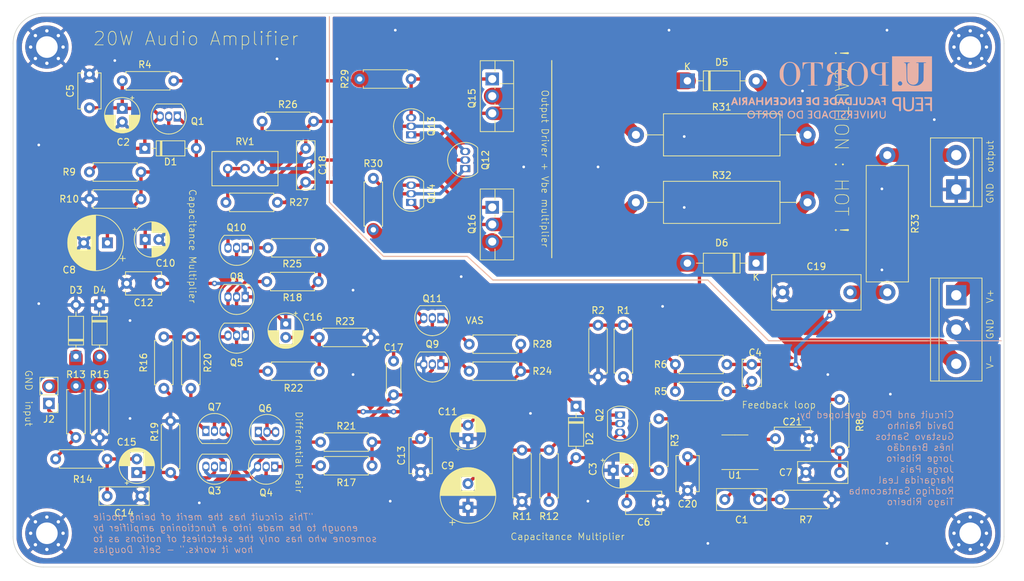
<source format=kicad_pcb>
(kicad_pcb (version 20211014) (generator pcbnew)
  (layers (0 "F.Cu" signal) (31 "B.Cu" signal) (34 "B.Paste" user) (35 "F.Paste" user) (36 "B.SilkS" user "B.Silkscreen") (37 "F.SilkS" user "F.Silkscreen") (38 "B.Mask" user) (39 "F.Mask" user) (44 "Edge.Cuts" user))
  (net 0 "")
  (net 1 "/op_out")
  (net 2 "/op_in-")
  (net 3 "/vc1")
  (net 4 "GND")
  (net 5 "/vc2")
  (net 6 "Net-(C4-Pad1)")
  (net 7 "/Output")
  (net 8 "/op_in+")
  (net 9 "/vb1")
  (net 10 "/vb2")
  (net 11 "/Vcc_reg")
  (net 12 "/Vee_reg")
  (net 13 "Net-(C14-Pad1)")
  (net 14 "/Vinput+")
  (net 15 "/filter_res")
  (net 16 "/vc3")
  (net 17 "/ve12")
  (net 18 "/vc12")
  (net 19 "Net-(C19-Pad1)")
  (net 20 "GND2")
  (net 21 "VCC")
  (net 22 "VEE")
  (net 23 "/Input")
  (net 24 "/ve3")
  (net 25 "/ve4")
  (net 26 "/vc7")
  (net 27 "/ve5")
  (net 28 "/vb5")
  (net 29 "/pair_tail")
  (net 30 "/ve6")
  (net 31 "/ve7")
  (net 32 "/Vinput-")
  (net 33 "/ve9")
  (net 34 "/ve10")
  (net 35 "/ve11")
  (net 36 "/vb12")
  (net 37 "/vc15")
  (net 38 "/vb15")
  (net 39 "/vc16")
  (net 40 "/vb16")
  (net 41 "Net-(R27-Pad1)")
  (footprint "Diode_THT:D_DO-41_SOD81_P10.16mm_Horizontal" (layer "F.Cu") (at 189.63 96 180)
    (fp_text reference "D6")
    (fp_text value "1N4004")
  )
  (footprint "Resistor_THT:R_Axial_DIN0207_L6.3mm_D2.5mm_P7.62mm_Horizontal" (layer "F.Cu") (at 130.975 68.73)
    (fp_text reference "R29")
    (fp_text value "330")
  )
  (footprint "Package_TO_SOT_THT:TO-92_Inline" (layer "F.Cu") (at 114.04 101 180)
    (fp_text reference "Q8")
    (fp_text value "2N4403")
  )
  (footprint "MountingHole:MountingHole_3.2mm_M3_Pad_Via" (layer "F.Cu") (at 221.318021 64)
    (fp_text reference "H4" hide)
    (fp_text value "MountingHole_Pad")
  )
  (footprint "Package_TO_SOT_THT:TO-92_Inline" (layer "F.Cu") (at 169.5 118.5 -90)
    (fp_text reference "Q2")
    (fp_text value "2N3906")
  )
  (footprint "Package_TO_SOT_THT:TO-92_Inline" (layer "F.Cu") (at 114.04 93.73 180)
    (fp_text reference "Q10")
    (fp_text value "2N4403")
  )
  (footprint "Resistor_THT:R_Axial_DIN0207_L6.3mm_D2.5mm_P7.62mm_Horizontal" (layer "F.Cu") (at 125.19 126)
    (fp_text reference "R17")
    (fp_text value "180")
  )
  (footprint "Resistor_THT:R_Axial_DIN0617_L17.0mm_D6.0mm_P20.32mm_Horizontal" (layer "F.Cu") (at 209.05 80 -90)
    (fp_text reference "R33")
    (fp_text value "5")
  )
  (footprint "TerminalBlock:TerminalBlock_bornier-3_P5.08mm" (layer "F.Cu") (at 219.25 100.75 -90)
    (fp_text reference "J1" hide)
    (fp_text value "Screw_Terminal_01x03")
  )
  (footprint "Resistor_THT:R_Axial_DIN0207_L6.3mm_D2.5mm_P7.62mm_Horizontal" (layer "F.Cu") (at 98.62 86.5 180)
    (fp_text reference "R10")
    (fp_text value "22k")
  )
  (footprint "Resistor_THT:R_Axial_DIN0207_L6.3mm_D2.5mm_P7.62mm_Horizontal" (layer "F.Cu") (at 111.19 87)
    (fp_text reference "R27")
    (fp_text value "390")
  )
  (footprint "Package_TO_SOT_THT:TO-92_Inline" (layer "F.Cu") (at 116 121)
    (fp_text reference "Q6")
    (fp_text value "2N4401")
  )
  (footprint "Diode_THT:D_DO-35_SOD27_P7.62mm_Horizontal" (layer "F.Cu") (at 99.19 79)
    (fp_text reference "D1")
    (fp_text value "1N914")
  )
  (footprint "Capacitor_THT:C_Disc_D5.1mm_W3.2mm_P5.00mm" (layer "F.Cu") (at 175.5 131.5 180)
    (fp_text reference "C6")
    (fp_text value "100n")
  )
  (footprint "Resistor_THT:R_Axial_DIN0207_L6.3mm_D2.5mm_P7.62mm_Horizontal" (layer "F.Cu") (at 125.19 122.5)
    (fp_text reference "R21")
    (fp_text value "180")
  )
  (footprint "Connector_PinHeader_2.54mm:PinHeader_1x02_P2.54mm_Vertical" (layer "F.Cu") (at 85 116.775 180)
    (fp_text reference "J2")
    (fp_text value "Conn_01x02")
  )
  (footprint "Resistor_THT:R_Axial_DIN0617_L17.0mm_D6.0mm_P25.40mm_Horizontal" (layer "F.Cu") (at 197.25 87 180)
    (fp_text reference "R32")
    (fp_text value "0.22")
  )
  (footprint "Package_TO_SOT_THT:TO-92_Inline" (layer "F.Cu") (at 143 111 180)
    (fp_text reference "Q9")
    (fp_text value "2N4401")
  )
  (footprint "Capacitor_THT:C_Disc_D3.8mm_W2.6mm_P2.50mm" (layer "F.Cu") (at 189 113.5 90)
    (fp_text reference "C4")
    (fp_text value "2p2")
  )
  (footprint "Capacitor_THT:C_Disc_D5.1mm_W3.2mm_P5.00mm" (layer "F.Cu") (at 91 73 90)
    (fp_text reference "C5")
    (fp_text value "100n")
  )
  (footprint "Diode_THT:D_DO-41_SOD81_P10.16mm_Horizontal" (layer "F.Cu") (at 179.47 69)
    (fp_text reference "D5")
    (fp_text value "1N4004")
  )
  (footprint "Capacitor_THT:C_Rect_L7.0mm_W2.5mm_P5.00mm" (layer "F.Cu") (at 123 79 -90)
    (fp_text reference "C18")
    (fp_text value "220n")
  )
  (footprint "Capacitor_THT:C_Disc_D5.1mm_W3.2mm_P5.00mm" (layer "F.Cu") (at 101.5 99 180)
    (fp_text reference "C12")
    (fp_text value "100n")
  )
  (footprint "Diode_THT:D_DO-35_SOD27_P7.62mm_Horizontal" (layer "F.Cu") (at 92.5 102.19 -90)
    (fp_text reference "D4")
    (fp_text value "1N4148")
  )
  (footprint "Resistor_THT:R_Axial_DIN0207_L6.3mm_D2.5mm_P7.62mm_Horizontal" (layer "F.Cu") (at 117.38 112)
    (fp_text reference "R22")
    (fp_text value "15k")
  )
  (footprint "Capacitor_THT:CP_Radial_D8.0mm_P3.50mm" (layer "F.Cu") (at 93.652651 93 180)
    (fp_text reference "C8")
    (fp_text value "100u")
  )
  (footprint "Capacitor_THT:C_Rect_L7.2mm_W3.0mm_P5.00mm_FKS2_FKP2_MKS2_MKP2" (layer "F.Cu") (at 185 131)
    (fp_text reference "C1")
    (fp_text value "470n")
  )
  (footprint "Resistor_THT:R_Axial_DIN0207_L6.3mm_D2.5mm_P7.62mm_Horizontal" (layer "F.Cu") (at 125.04 93.73 180)
    (fp_text reference "R25")
    (fp_text value "68")
  )
  (footprint "Capacitor_THT:C_Rect_L7.2mm_W3.0mm_P5.00mm_FKS2_FKP2_MKS2_MKP2" (layer "F.Cu") (at 202 127 180)
    (fp_text reference "C7")
    (fp_text value "470n")
  )
  (footprint "MountingHole:MountingHole_3.2mm_M3_Pad_Via" (layer "F.Cu") (at 84.697056 136)
    (fp_text reference "H3" hide)
    (fp_text value "MountingHole_Pad")
  )
  (footprint "Resistor_THT:R_Axial_DIN0207_L6.3mm_D2.5mm_P7.62mm_Horizontal" (layer "F.Cu") (at 159 123.69 -90)
    (fp_text reference "R12")
    (fp_text value "220")
  )
  (footprint "Capacitor_THT:CP_Radial_D5.0mm_P2.00mm" (layer "F.Cu") (at 120.04 105 -90)
    (fp_text reference "C16")
    (fp_text value "10u")
  )
  (footprint "Diode_THT:D_DO-35_SOD27_P7.62mm_Horizontal" (layer "F.Cu") (at 89 109.81 90)
    (fp_text reference "D3")
    (fp_text value "1N4148")
  )
  (footprint "Capacitor_THT:CP_Radial_D5.0mm_P2.00mm" (layer "F.Cu") (at 98 127 90)
    (fp_text reference "C15")
    (fp_text value "10u")
  )
  (footprint "Resistor_THT:R_Axial_DIN0207_L6.3mm_D2.5mm_P7.62mm_Horizontal" (layer "F.Cu") (at 177.69 111)
    (fp_text reference "R6")
    (fp_text value "8k2")
  )
  (footprint "Package_TO_SOT_THT:TO-92_Inline" (layer "F.Cu") (at 138.595 77 90)
    (fp_text reference "Q13")
    (fp_text value "2N5550")
  )
  (footprint "Resistor_THT:R_Axial_DIN0207_L6.3mm_D2.5mm_P7.62mm_Horizontal" (layer "F.Cu") (at 133 83.44 -90)
    (fp_text reference "R30")
    (fp_text value "330")
  )
  (footprint "Resistor_THT:R_Axial_DIN0207_L6.3mm_D2.5mm_P7.62mm_Horizontal" (layer "F.Cu") (at 92.5 114.19 -90)
    (fp_text reference "R15")
    (fp_text value "4.7")
  )
  (footprint "Capacitor_THT:CP_Radial_D5.0mm_P2.00mm" (layer "F.Cu") (at 99.25 92.5)
    (fp_text reference "C10")
    (fp_text value "10u")
  )
  (footprint "Package_TO_SOT_THT:TO-92_Inline" (layer "F.Cu") (at 104 74.28 180)
    (fp_text reference "Q1")
    (fp_text value "2N3904")
  )
  (footprint "Capacitor_THT:C_Disc_D5.1mm_W3.2mm_P5.00mm" (layer "F.Cu") (at 197.5 122 180)
    (fp_text reference "C21")
    (fp_text value "100n")
  )
  (footprint "Resistor_THT:R_Axial_DIN0207_L6.3mm_D2.5mm_P7.62mm_Horizontal" (layer "F.Cu") (at 103 127 90)
    (fp_text reference "R19")
    (fp_text value "8k2")
  )
  (footprint "MountingHole:MountingHole_3.2mm_M3_Pad_Via" (layer "F.Cu") (at 221.318021 136)
    (fp_text reference "H2" hide)
    (fp_text value "MountingHole_Pad")
  )
  (footprint "Capacitor_THT:C_Rect_L13.0mm_W5.0mm_P10.00mm_FKS3_FKP3_MKS4" (layer "F.Cu") (at 203.55 100.32 180)
    (fp_text reference "C19")
    (fp_text value "100n")
  )
  (footprint "Resistor_THT:R_Axial_DIN0207_L6.3mm_D2.5mm_P7.62mm_Horizontal" (layer "F.Cu") (at 103.475 69 180)
    (fp_text reference "R4")
    (fp_text value "10")
  )
  (footprint "Resistor_THT:R_Axial_DIN0207_L6.3mm_D2.5mm_P7.62mm_Horizontal" (layer "F.Cu") (at 91 82.5)
    (fp_text reference "R9")
    (fp_text value "220")
  )
  (footprint "Capacitor_THT:CP_Radial_D5.0mm_P2.00mm" (layer "F.Cu") (at 147 122 90)
    (fp_text reference "C11")
    (fp_text value "10u")
  )
  (footprint "Capacitor_THT:CP_Radial_D8.0mm_P3.50mm" (layer "F.Cu") (at 147 132.152651 90)
    (fp_text reference "C9")
    (fp_text value "100u")
  )
  (footprint "Resistor_THT:R_Axial_DIN0207_L6.3mm_D2.5mm_P7.62mm_Horizontal" (layer "F.Cu") (at 202 116.19 -90)
    (fp_text reference "R8")
    (fp_text value "330k")
  )
  (footprint "Package_TO_SOT_THT:TO-92_Inline" (layer "F.Cu") (at 138.595 87 90)
    (fp_text reference "Q14")
    (fp_text value "2N5401")
  )
  (footprint "Resistor_THT:R_Axial_DIN0207_L6.3mm_D2.5mm_P7.62mm_Horizontal" (layer "F.Cu") (at 175.25 119.055 -90)
    (fp_text reference "R3")
    (fp_text value "10")
  )
  (footprint "Resistor_THT:R_Axial_DIN0207_L6.3mm_D2.5mm_P7.62mm_Horizontal" (layer "F.Cu") (at 147.19 112)
    (fp_text reference "R24")
    (fp_text value "820")
  )
  (footprint "Package_TO_SOT_THT:TO-92_Inline" (layer "F.Cu") (at 143 104.14 180)
    (fp_text reference "Q11")
    (fp_text value "2N4401")
  )
  (footprint "Resistor_THT:R_Axial_DIN0207_L6.3mm_D2.5mm_P7.62mm_Horizontal" (layer "F.Cu") (at 170 105.19 -90)
    (fp_text reference "R1")
    (fp_text value "330k")
  )
  (footprint "Capacitor_THT:CP_Radial_D5.0mm_P2.00mm" (layer "F.Cu") (at 95.855 73.089775 -90)
    (fp_text reference "C2")
    (fp_text value "100u")
  )
  (footprint "Package_TO_SOT_THT:TO-92_Inline" (layer "F.Cu") (at 110.77 126.14 180)
    (fp_text reference "Q3")
    (fp_text value "2N4403")
  )
  (footprint "TerminalBlock:TerminalBlock_bornier-2_P5.08mm" (layer "F.Cu") (at 219.25 85.08 90)
    (fp_text reference "J3" hide)
    (fp_text value "Screw_Terminal_01x02")
  )
  (footprint "Resistor_THT:R_Axial_DIN0207_L6.3mm_D2.5mm_P7.62mm_Horizontal" (layer "F.Cu") (at 102 106.92 -90)
    (fp_text reference "R16")
    (fp_text value "330")
  )
  (footprint "Resistor_THT:R_Axial_DIN0207_L6.3mm_D2.5mm_P7.62mm_Horizontal" (layer "F.Cu") (at 124.17 75 180)
    (fp_text reference "R26")
    (fp_text value "820")
  )
  (footprint "Resistor_THT:R_Axial_DIN0207_L6.3mm_D2.5mm_P7.62mm_Horizontal" (layer "F.Cu") (at 147.19 108)
    (fp_text reference "R28")
    (fp_text value "33")
  )
  (footprint "MountingHole:MountingHole_3.2mm_M3_Pad_Via" (layer "F.Cu") (at 84.697056 64)
    (fp_text reference "H1" hide)
    (fp_text value "MountingHole_Pad")
  )
  (footprint "Package_TO_SOT_THT:TO-92_Inline" (layer "F.Cu") (at 146.595 82 90)
    (fp_text reference "Q12")
    (fp_text value "2N4401")
  )
  (footprint "Resistor_THT:R_Axial_DIN0207_L6.3mm_D2.5mm_P7.62mm_Horizontal" (layer "F.Cu") (at 86 125)
    (fp_text reference "R14")
    (fp_text value "50")
  )
  (footprint "Resistor_THT:R_Axial_DIN0207_L6.3mm_D2.5mm_P7.62mm_Horizontal" (layer "F.Cu") (at 89 121.81 90)
    (fp_text reference "R13")
    (fp_text value "100k")
  )
  (footprint "Resistor_THT:R_Axial_DIN0207_L6.3mm_D2.5mm_P7.62mm_Horizontal" (layer "F.Cu") (at 124.85 98.73 180)
    (fp_text reference "R18")
    (fp_text value "100")
  )
  (footprint "Capacitor_THT:C_Disc_D5.1mm_W3.2mm_P5.00mm" (layer "F.Cu") (at 140 127 90)
    (fp_text reference "C13")
    (fp_text value "100n")
  )
  (footprint "Package_TO_SOT_THT:TO-220F-3_Vertical" (layer "F.Cu") (at 150.595 87.73 -90)
    (fp_text reference "Q16")
    (fp_text value "MJF15030")
  )
  (footprint "Capacitor_THT:C_Disc_D5.1mm_W3.2mm_P5.00mm" (layer "F.Cu") (at 179.5 124.6675 -90)
    (fp_text reference "C20")
    (fp_text value "100n")
  )
  (footprint "Resistor_THT:R_Axial_DIN0207_L6.3mm_D2.5mm_P7.62mm_Horizontal" (layer "F.Cu") (at 155 131.31 90)
    (fp_text reference "R11")
    (fp_text value "22k")
  )
  (footprint "Package_SO:SOIC-8_3.9x4.9mm_P1.27mm" (layer "F.Cu") (at 186.5 124 180)
    (fp_text reference "U1")
    (fp_text value "OPA1641")
  )
  (footprint "Resistor_THT:R_Axial_DIN0617_L17.0mm_D6.0mm_P25.40mm_Horizontal" (layer "F.Cu") (at 171.85 77)
    (fp_text reference "R31")
    (fp_text value "0.22")
  )
  (footprint "Capacitor_THT:CP_Radial_D5.0mm_P2.00mm" (layer "F.Cu") (at 168.5 126.675)
    (fp_text reference "C3")
    (fp_text value "100u")
  )
  (footprint "Capacitor_THT:C_Rect_L7.2mm_W2.5mm_P5.00mm_FKS2_FKP2_MKS2_MKP2" (layer "F.Cu") (at 93.62 130.5)
    (fp_text reference "C14")
    (fp_text value "3n3")
  )
  (footprint "Diode_THT:D_DO-35_SOD27_P7.62mm_Horizontal" (layer "F.Cu") (at 163 117.19 -90)
    (fp_text reference "D2")
    (fp_text value "1N914")
  )
  (footprint "Package_TO_SOT_THT:TO-92_Inline" (layer "F.Cu") (at 114.04 106.73 180)
    (fp_text reference "Q5")
    (fp_text value "2N4403")
  )
  (footprint "Capacitor_THT:C_Disc_D4.3mm_W1.9mm_P5.00mm" (layer "F.Cu") (at 136 115.5 90)
    (fp_text reference "C17")
    (fp_text value "47p")
  )
  (footprint "Package_TO_SOT_THT:TO-220F-3_Vertical" (layer "F.Cu") (at 150.595 68.73 -90)
    (fp_text reference "Q15")
    (fp_text value "MJF15031")
  )
  (footprint "Resistor_THT:R_Axial_DIN0207_L6.3mm_D2.5mm_P7.62mm_Horizontal" (layer "F.Cu") (at 193.19 131)
    (fp_text reference "R7")
    (fp_text value "330k")
  )
  (footprint "Resistor_THT:R_Axial_DIN0207_L6.3mm_D2.5mm_P7.62mm_Horizontal" (layer "F.Cu") (at 125 107)
    (fp_text reference "R23")
    (fp_text value "15k")
  )
  (footprint "Package_TO_SOT_THT:TO-92_Inline" (layer "F.Cu") (at 108.23 120.86)
    (fp_text reference "Q7")
    (fp_text value "2N4403")
  )
  (footprint "Potentiometer_THT:Potentiometer_Bourns_3296W_Vertical" (layer "F.Cu") (at 116.55 82)
    (fp_text reference "RV1")
    (fp_text value "1k")
  )
  (footprint "Resistor_THT:R_Axial_DIN0207_L6.3mm_D2.5mm_P7.62mm_Horizontal" (layer "F.Cu") (at 177.69 115)
    (fp_text reference "R5")
    (fp_text value "100")
  )
  (footprint "Resistor_THT:R_Axial_DIN0207_L6.3mm_D2.5mm_P7.62mm_Horizontal" (layer "F.Cu") (at 166.25 105.19 -90)
    (fp_text reference "R2")
    (fp_text value "1k")
  )
  (footprint "Package_TO_SOT_THT:TO-92_Inline" (layer "F.Cu") (at 118.41 126.14 180)
    (fp_text reference "Q4")
    (fp_text value "2N4401")
  )
  (footprint "Resistor_THT:R_Axial_DIN0207_L6.3mm_D2.5mm_P7.62mm_Horizontal" (layer "F.Cu") (at 106 106.92 -90)
    (fp_text reference "R20")
    (fp_text value "330")
  )
  (footprint "PCBgraphics:feup_logo" (layer "B.Cu") (at 201 70 180)
    (fp_text reference "G***" hide)
    (fp_text value "LOGO" hide)
  )
  (gr_line (start 146.9 95) (end 150.7 98.5) (layer "B.SilkS") (width 0.15))
  (gr_line (start 182.5 98.5) (end 191.5 107.5) (layer "B.SilkS") (width 0.15))
  (gr_line (start 191.5 107.5) (end 225.9 107.5) (layer "B.SilkS") (width 0.15))
  (gr_line (start 134.5 95) (end 146.9 95) (layer "B.SilkS") (width 0.15))
  (gr_line (start 150.7 98.5) (end 182.5 98.5) (layer "B.SilkS") (width 0.15))
  (gr_line (start 126.5 59.5) (end 126.5 87) (layer "B.SilkS") (width 0.15))
  (gr_line (start 126.5 87) (end 134.5 95) (layer "B.SilkS") (width 0.15))
  (gr_line (start 150.7 98.5) (end 182.5 98.5) (layer "F.SilkS") (width 0.15))
  (gr_line (start 126.5 59.5) (end 126.5 87) (layer "F.SilkS") (width 0.15))
  (gr_line (start 134.5 95) (end 146.9 95) (layer "F.SilkS") (width 0.15))
  (gr_line (start 146.9 95) (end 150.7 98.5) (layer "F.SilkS") (width 0.15))
  (gr_line (start 159.4 66) (end 159.4 95.2) (layer "F.SilkS") (width 0.15))
  (gr_line (start 126.5 87) (end 134.25 94.75) (layer "F.SilkS") (width 0.15))
  (gr_line (start 182.5 98.5) (end 191.5 107.5) (layer "F.SilkS") (width 0.15))
  (gr_line (start 191.5 107.5) (end 215 107.5) (layer "F.SilkS") (width 0.15))
  (gr_line (start 134.25 94.75) (end 134.5 95) (layer "F.SilkS") (width 0.15))
  (gr_arc (start 79.697056 63.5) (mid 81.015075 60.318019) (end 84.197056 59) (layer "Edge.Cuts") (width 0.1))
  (gr_line (start 84.197056 141) (end 221.818019 140.999998) (layer "Edge.Cuts") (width 0.1))
  (gr_arc (start 84.197056 141) (mid 81.015075 139.681981) (end 79.697056 136.5) (layer "Edge.Cuts") (width 0.1))
  (gr_line (start 226.318019 136.499998) (end 226.318021 63.5) (layer "Edge.Cuts") (width 0.1))
  (gr_arc (start 226.318019 136.499998) (mid 225.000004 139.681983) (end 221.818019 140.999998) (layer "Edge.Cuts") (width 0.1))
  (gr_line (start 79.697056 63.5) (end 79.697056 136.5) (layer "Edge.Cuts") (width 0.1))
  (gr_arc (start 221.818021 59) (mid 224.999991 60.31803) (end 226.318021 63.5) (layer "Edge.Cuts") (width 0.1))
  (gr_line (start 221.818021 59) (end 84.197056 59) (layer "Edge.Cuts") (width 0.1))
  (gr_text "Circuit and PCB developed by:\nDavid Rainho\nGustavo Santos\nInês Brandão\nJorge Ribeiro\nJorge Pais\nMargarida Leal\nRodrigo Santacomba\nTiago Ribeiro\n" (at 219 124.9) (layer "B.SilkS") (effects (font (size 1 1) (thickness 0.1)) (justify left mirror)))
  (gr_text "{dblquote}This circuit has the merit of being docile\nenough to be made into a functioning amplifier by\nsomeone who has only the sketchiest of notions as to\nhow it works.{dblquote} - Self. Douglas" (at 91.5 136) (layer "B.SilkS") (effects (font (size 1 1) (thickness 0.1) italic) (justify right mirror)))
  (gr_text "Capacitance Multiplier" (at 161.75 136.5) (layer "F.SilkS") (effects (font (size 1 1) (thickness 0.1))))
  (gr_text "! CAUTION : HOT !" (at 202.25 78 270) (layer "F.SilkS") (effects (font (size 2 2) (thickness 0.1))))
  (gr_text "Differential Pair\n" (at 122 124 270) (layer "F.SilkS") (effects (font (size 1 1) (thickness 0.1))))
  (gr_text "20W Audio Amplifier" (at 106.75 62.75) (layer "F.SilkS") (effects (font (size 2 2) (thickness 0.1))))
  (gr_text "GND  output" (at 224.25 82.5 90) (layer "F.SilkS") (effects (font (size 1 1) (thickness 0.1))))
  (gr_text "Capacitance Multiplier" (at 106.25 93.5 270) (layer "F.SilkS") (effects (font (size 1 1) (thickness 0.1))))
  (gr_text "GND  input" (at 82 116 270) (layer "F.SilkS") (effects (font (size 1 1) (thickness 0.1))))
  (gr_text "Output Driver + Vbe multiplier" (at 158.4 82 270) (layer "F.SilkS") (effects (font (size 1 1) (thickness 0.1))))
  (gr_text "Feedback loop" (at 193 117) (layer "F.SilkS") (effects (font (size 1 1) (thickness 0.1))))
  (gr_text "VAS" (at 148 104.5) (layer "F.SilkS") (effects (font (size 1 1))))
  (gr_text "V-   GND   V+\n" (at 224.25 105.75 90) (layer "F.SilkS") (effects (font (size 1 1) (thickness 0.1))))
  (segment (start 174 121.5) (end 172 119.5) (width 0.5) (layer "F.Cu") (net 1))
  (segment (start 186.05048 123.80048) (end 186.05048 129.94952) (width 0.5) (layer "F.Cu") (net 1))
  (segment (start 186.05048 129.94952) (end 185 131) (width 0.5) (layer "F.Cu") (net 1))
  (segment (start 181.865 123.365) (end 180 121.5) (width 0.5) (layer "F.Cu") (net 1))
  (segment (start 183.9 123.365) (end 185.615 123.365) (width 0.5) (layer "F.Cu") (net 1))
  (segment (start 172 114.81) (end 170 112.81) (width 0.5) (layer "F.Cu") (net 1))
  (segment (start 183.9 123.365) (end 181.865 123.365) (width 0.5) (layer "F.Cu") (net 1))
  (segment (start 180 121.5) (end 174 121.5) (width 0.5) (layer "F.Cu") (net 1))
  (segment (start 185.615 123.365) (end 186.05048 123.80048) (width 0.5) (layer "F.Cu") (net 1))
  (segment (start 172 119.5) (end 172 114.81) (width 0.5) (layer "F.Cu") (net 1))
  (segment (start 193.19 131) (end 190 131) (width 0.5) (layer "F.Cu") (net 2))
  (segment (start 186.75 127.75) (end 186.75 125.25) (width 0.5) (layer "F.Cu") (net 2))
  (segment (start 190 131) (end 186.75 127.75) (width 0.5) (layer "F.Cu") (net 2))
  (segment (start 187.3325 124.6675) (end 189.1 124.6675) (width 0.5) (layer "F.Cu") (net 2))
  (segment (start 186.75 125.25) (end 187.3325 124.6675) (width 0.5) (layer "F.Cu") (net 2))
  (segment (start 94.5 79) (end 91 82.5) (width 0.5) (layer "F.Cu") (net 3))
  (segment (start 95.855 73.089775) (end 95.855 69) (width 0.5) (layer "F.Cu") (net 3))
  (segment (start 99.19 79) (end 94.5 79) (width 0.5) (layer "F.Cu") (net 3))
  (segment (start 99.19 76.55) (end 101.46 74.28) (width 0.5) (layer "F.Cu") (net 3))
  (segment (start 95.855 73.089775) (end 100.269775 73.089775) (width 0.5) (layer "F.Cu") (net 3))
  (segment (start 99.19 79) (end 99.19 76.55) (width 0.5) (layer "F.Cu") (net 3))
  (segment (start 95.765225 73) (end 95.855 73.089775) (width 0.5) (layer "F.Cu") (net 3))
  (segment (start 100.269775 73.089775) (end 101.46 74.28) (width 0.5) (layer "F.Cu") (net 3))
  (segment (start 91 73) (end 95.765225 73) (width 0.5) (layer "F.Cu") (net 3))
  (segment (start 221.5 107.5) (end 222.25 107.5) (width 2.5) (layer "F.Cu") (net 4))
  (segment (start 219.25 105.83) (end 220.92 107.5) (width 2.5) (layer "F.Cu") (net 4))
  (segment (start 220.92 107.5) (end 221.5 107.5) (width 2.5) (layer "F.Cu") (net 4))
  (via (at 164.75 131.25) (size 0.8) (drill 0.4) (layers "F.Cu" "B.Cu") (net 4))
  (via (at 166.25 81.75) (size 0.8) (drill 0.4) (layers "F.Cu" "B.Cu") (net 4))
  (via (at 118.75 65.75) (size 0.8) (drill 0.4) (layers "F.Cu" "B.Cu") (net 4))
  (via (at 97 119) (size 0.8) (drill 0.4) (layers "F.Cu" "B.Cu") (net 4))
  (via (at 175.8 102.4) (size 0.8) (drill 0.4) (layers "F.Cu" "B.Cu") (net 4))
  (via (at 156.25 118.25) (size 0.8) (drill 0.4) (layers "F.Cu" "B.Cu") (net 4))
  (via (at 208.25 85) (size 0.8) (drill 0.4) (layers "F.Cu" "B.Cu") (net 4))
  (via (at 182.5 137.5) (size 0.8) (drill 0.4) (layers "F.Cu" "B.Cu") (net 4))
  (via (at 216 74.75) (size 0.8) (drill 0.4) (layers "F.Cu" "B.Cu") (net 4))
  (via (at 130 100) (size 0.8) (drill 0.4) (layers "F.Cu" "B.Cu") (net 4))
  (via (at 176.75 61.5) (size 0.8) (drill 0.4) (layers "F.Cu" "B.Cu") (net 4))
  (via (at 146 98) (size 0.8) (drill 0.4) (layers "F.Cu" "B.Cu") (net 4))
  (via (at 179 77.25) (size 0.8) (drill 0.4) (layers "F.Cu" "B.Cu") (net 4))
  (via (at 130 112.5) (size 0.8) (drill 0.4) (layers "F.Cu" "B.Cu") (net 4))
  (via (at 83.5 78.5) (size 0.8) (drill 0.4) (layers "F.Cu" "B.Cu") (net 4))
  (via (at 155.25 81.75) (size 0.8) (drill 0.4) (layers "F.Cu" "B.Cu") (net 4))
  (via (at 208.25 97) (size 0.8) (drill 0.4) (layers "F.Cu" "B.Cu") (net 4))
  (via (at 136.25 61.5) (size 0.8) (drill 0.4) (layers "F.Cu" "B.Cu") (net 4))
  (via (at 97 104.5) (size 0.8) (drill 0.4) (layers "F.Cu" "B.Cu") (net 4))
  (via (at 135.5 131.25) (size 0.8) (drill 0.4) (layers "F.Cu" "B.Cu") (net 4))
  (via (at 209.5 115.4) (size 0.8) (drill 0.4) (layers "F.Cu" "B.Cu") (net 4))
  (via (at 107.25 131.5) (size 0.8) (drill 0.4) (layers "F.Cu" "B.Cu") (net 4))
  (via (at 209 137.5) (size 0.8) (drill 0.4) (layers "F.Cu" "B.Cu") (net 4))
  (via (at 179 87.75) (size 0.8) (drill 0.4) (layers "F.Cu" "B.Cu") (net 4))
  (via (at 83.5 102) (size 0.8) (drill 0.4) (layers "F.Cu" "B.Cu") (net 4))
  (via (at 196.5 70.5) (size 0.8) (drill 0.4) (layers "F.Cu" "B.Cu") (net 4))
  (via (at 209 61.5) (size 0.8) (drill 0.4) (layers "F.Cu" "B.Cu") (net 4))
  (via (at 94.75 66) (size 0.8) (drill 0.4) (layers "F.Cu" "B.Cu") (net 4))
  (via (at 200.25 112.5) (size 0.8) (drill 0.4) (layers "F.Cu" "B.Cu") (net 4))
  (segment (start 221.33 107.33) (end 224.33 107.33) (width 2.5) (layer "B.Cu") (net 4))
  (segment (start 219.25 105.83) (end 220.75 107.33) (width 2.5) (layer "B.Cu") (net 4))
  (segment (start 220.75 107.33) (end 221.33 107.33) (width 2.5) (layer "B.Cu") (net 4))
  (segment (start 163 124.81) (end 165.73 124.81) (width 0.5) (layer "F.Cu") (net 5))
  (segment (start 170.5 131.5) (end 170.5 126.675) (width 0.5) (layer "F.Cu") (net 5))
  (segment (start 170.5 122.04) (end 169.5 121.04) (width 0.5) (layer "F.Cu") (net 5))
  (segment (start 170.5 126.675) (end 170.5 122.04) (width 0.5) (layer "F.Cu") (net 5))
  (segment (start 159 131.31) (end 159 128.81) (width 0.5) (layer "F.Cu") (net 5))
  (segment (start 159 128.81) (end 163 124.81) (width 0.5) (layer "F.Cu") (net 5))
  (segment (start 165.73 124.81) (end 169.5 121.04) (width 0.5) (layer "F.Cu") (net 5))
  (segment (start 170.5 126.675) (end 175.25 126.675) (width 0.5) (layer "F.Cu") (net 5))
  (segment (start 185.31 115) (end 187.5 115) (width 0.5) (layer "F.Cu") (net 6))
  (segment (start 187.5 115) (end 189 113.5) (width 0.5) (layer "F.Cu") (net 6))
  (segment (start 200.5 83.05) (end 201.25 82.3) (width 0.5) (layer "F.Cu") (net 7))
  (segment (start 209.05 80) (end 219.25 80) (width 2) (layer "F.Cu") (net 7))
  (segment (start 202.75 82.3) (end 206.75 82.3) (width 2) (layer "F.Cu") (net 7))
  (segment (start 200.69 116.19) (end 202 116.19) (width 0.5) (layer "F.Cu") (net 7))
  (segment (start 197.25 87) (end 197.25 82.3) (width 2) (layer "F.Cu") (net 7))
  (segment (start 185.31 111) (end 189 111) (width 0.5) (layer "F.Cu") (net 7))
  (segment (start 195.5 111) (end 200.69 116.19) (width 0.5) (layer "F.Cu") (net 7))
  (segment (start 200.5 103.75) (end 200.5 83.05) (width 0.5) (layer "F.Cu") (net 7))
  (segment (start 197.25 82.3) (end 201.25 82.3) (width 2) (layer "F.Cu") (net 7))
  (segment (start 206.75 82.3) (end 209.05 80) (width 2) (layer "F.Cu") (net 7))
  (segment (start 197.25 76.62) (end 189.63 69) (width 2) (layer "F.Cu") (net 7))
  (segment (start 189.63 94.62) (end 197.25 87) (width 2) (layer "F.Cu") (net 7))
  (segment (start 201.25 82.3) (end 202.75 82.3) (width 2) (layer "F.Cu") (net 7))
  (segment (start 195.5 111) (end 189 111) (width 0.5) (layer "F.Cu") (net 7))
  (segment (start 197.25 82.3) (end 197.25 77) (width 2) (layer "F.Cu") (net 7))
  (segment (start 189.63 96) (end 189.63 94.62) (width 2) (layer "F.Cu") (net 7))
  (via (at 195.5 111) (size 0.8) (drill 0.4) (layers "F.Cu" "B.Cu") (net 7))
  (via (at 200.5 103.75) (size 0.8) (drill 0.4) (layers "F.Cu" "B.Cu") (net 7))
  (segment (start 195.5 108.75) (end 200.5 103.75) (width 0.5) (layer "B.Cu") (net 7))
  (segment (start 195.5 111) (end 195.5 108.75) (width 0.5) (layer "B.Cu") (net 7))
  (segment (start 202 127) (end 202 123.81) (width 0.5) (layer "F.Cu") (net 8))
  (segment (start 191.81 123.81) (end 191.365 123.365) (width 0.5) (layer "F.Cu") (net 8))
  (segment (start 191.365 123.365) (end 188.975 123.365) (width 0.5) (layer "F.Cu") (net 8))
  (segment (start 202 123.81) (end 191.81 123.81) (width 0.5) (layer "F.Cu") (net 8))
  (segment (start 98.62 86.5) (end 98.62 82.5) (width 0.5) (layer "F.Cu") (net 9))
  (segment (start 102.73 80.67) (end 102.73 74.28) (width 0.5) (layer "F.Cu") (net 9))
  (segment (start 98.62 82.5) (end 100.9 82.5) (width 0.5) (layer "F.Cu") (net 9))
  (segment (start 93.652651 93) (end 93.652651 91.467349) (width 0.5) (layer "F.Cu") (net 9))
  (segment (start 93.652651 91.467349) (end 98.62 86.5) (width 0.5) (layer "F.Cu") (net 9))
  (segment (start 100.9 82.5) (end 102.73 80.67) (width 0.5) (layer "F.Cu") (net 9))
  (segment (start 155 123.69) (end 151.962651 123.69) (width 0.5) (layer "F.Cu") (net 10))
  (segment (start 169.5 119.77) (end 162.92 119.77) (width 0.5) (layer "F.Cu") (net 10))
  (segment (start 159 123.69) (end 155 123.69) (width 0.5) (layer "F.Cu") (net 10))
  (segment (start 151.962651 123.69) (end 147 128.652651) (width 0.5) (layer "F.Cu") (net 10))
  (segment (start 162.92 119.77) (end 159 123.69) (width 0.5) (layer "F.Cu") (net 10))
  (segment (start 114.04 101) (end 116.04 101) (width 0.5) (layer "F.Cu") (net 11))
  (segment (start 106.81 77.09) (end 104 74.28) (width 0.5) (layer "F.Cu") (net 11))
  (segment (start 106.81 79) (end 106.81 82.44) (width 0.5) (layer "F.Cu") (net 11))
  (segment (start 106.81 82.44) (end 99.25 90) (width 0.5) (layer "F.Cu") (net 11))
  (segment (start 120.04 103.54) (end 124.85 98.73) (width 0.5) (layer "F.Cu") (net 11))
  (segment (start 101.5 99) (end 109.5 99) (width 0.5) (layer "F.Cu") (net 11))
  (segment (start 101.5 99) (end 99.25 96.75) (width 0.5) (layer "F.Cu") (net 11))
  (segment (start 99.25 92.5) (end 99.25 90) (width 0.5) (layer "F.Cu") (net 11))
  (segment (start 106.81 79) (end 106.81 77.09) (width 0.5) (layer "F.Cu") (net 11))
  (segment (start 99.25 96.75) (end 99.25 92.5) (width 0.5) (layer "F.Cu") (net 11))
  (segment (start 116.04 101) (end 120.04 105) (width 0.5) (layer "F.Cu") (net 11))
  (segment (start 120.04 105) (end 120.04 103.54) (width 0.5) (layer "F.Cu") (net 11))
  (segment (start 125.04 98.54) (end 124.85 98.73) (width 0.5) (layer "F.Cu") (net 11))
  (segment (start 125.04 93.73) (end 125.04 98.54) (width 0.5) (layer "F.Cu") (net 11))
  (via (at 109.5 99) (size 0.8) (drill 0.4) (layers "F.Cu" "B.Cu") (net 11))
  (segment (start 114.04 99.75) (end 114.04 101) (width 0.5) (layer "B.Cu") (net 11))
  (segment (start 113.29 99) (end 114.04 99.75) (width 0.5) (layer "B.Cu") (net 11))
  (segment (start 109.5 99) (end 113.29 99) (width 0.5) (layer "B.Cu") (net 11))
  (segment (start 154.81 112) (end 154.81 108) (width 0.5) (layer "F.Cu") (net 12))
  (segment (start 139.5 122.5) (end 140 122) (width 0.5) (layer "F.Cu") (net 12))
  (segment (start 132.81 122.5) (end 132.81 126) (width 0.5) (layer "F.Cu") (net 12))
  (segment (start 154.81 112.19) (end 154.81 112) (width 0.5) (layer "F.Cu") (net 12))
  (segment (start 147 120) (end 154.81 112.19) (width 0.5) (layer "F.Cu") (net 12))
  (segment (start 157.81 112) (end 163 117.19) (width 0.5) (layer "F.Cu") (net 12))
  (segment (start 164.31 118.5) (end 163 117.19) (width 0.5) (layer "F.Cu") (net 12))
  (segment (start 147 120) (end 142 120) (width 0.5) (layer "F.Cu") (net 12))
  (segment (start 142 120) (end 140 122) (width 0.5) (layer "F.Cu") (net 12))
  (segment (start 169.5 118.5) (end 164.31 118.5) (width 0.5) (layer "F.Cu") (net 12))
  (segment (start 154.81 112) (end 157.81 112) (width 0.5) (layer "F.Cu") (net 12))
  (segment (start 132.81 122.5) (end 139.5 122.5) (width 0.5) (layer "F.Cu") (net 12))
  (segment (start 98 125) (end 93.62 125) (width 0.5) (layer "F.Cu") (net 13))
  (segment (start 93.62 125) (end 93.62 130.5) (width 0.5) (layer "F.Cu") (net 13))
  (segment (start 103.799999 127.799999) (end 103 127) (width 0.5) (layer "F.Cu") (net 14))
  (segment (start 109.5 127) (end 108.700001 127.799999) (width 0.5) (layer "F.Cu") (net 14))
  (segment (start 108.700001 127.799999) (end 103.799999 127.799999) (width 0.5) (layer "F.Cu") (net 14))
  (segment (start 109.5 126.14) (end 109.5 127) (width 0.5) (layer "F.Cu") (net 14))
  (segment (start 98 127) (end 103 127) (width 0.5) (layer "F.Cu") (net 14))
  (segment (start 125 112) (end 125 107) (width 0.5) (layer "F.Cu") (net 15))
  (segment (start 125 107) (end 120.04 107) (width 0.5) (layer "F.Cu") (net 15))
  (segment (start 117.25 124.25) (end 115.87 125.63) (width 0.5) (layer "F.Cu") (net 16))
  (segment (start 136 115.5) (end 127.25 124.25) (width 0.5) (layer "F.Cu") (net 16))
  (segment (start 141.73 111.8) (end 141.73 111) (width 0.5) (layer "F.Cu") (net 16))
  (segment (start 138.03 115.5) (end 141.73 111.8) (width 0.5) (layer "F.Cu") (net 16))
  (segment (start 127.25 124.25) (end 117.25 124.25) (width 0.5) (layer "F.Cu") (net 16))
  (segment (start 115.87 125.63) (end 115.87 126.14) (width 0.5) (layer "F.Cu") (net 16))
  (segment (start 136 115.5) (end 138.03 115.5) (width 0.5) (layer "F.Cu") (net 16))
  (segment (start 108.23 126.94) (end 108.79 127.5) (width 0.5) (layer "B.Cu") (net 16))
  (segment (start 114.51 127.5) (end 115.87 126.14) (width 0.5) (layer "B.Cu") (net 16))
  (segment (start 108.79 127.5) (end 114.51 127.5) (width 0.5) (layer "B.Cu") (net 16))
  (segment (start 108.23 126.14) (end 108.23 126.94) (width 0.5) (layer "B.Cu") (net 16))
  (segment (start 140.46 104.14) (end 123.32 87) (width 0.5) (layer "F.Cu") (net 17))
  (segment (start 138.595 85.73) (end 130.73 85.73) (width 0.5) (layer "F.Cu") (net 17))
  (segment (start 130.73 85.73) (end 129 84) (width 0.5) (layer "F.Cu") (net 17))
  (segment (start 123.32 87) (end 118.81 87) (width 0.5) (layer "F.Cu") (net 17))
  (segment (start 129 84) (end 123 84) (width 0.5) (layer "F.Cu") (net 17))
  (segment (start 136 108.6) (end 140.46 104.14) (width 0.5) (layer "F.Cu") (net 17))
  (segment (start 120 87) (end 123 84) (width 0.5) (layer "F.Cu") (net 17))
  (segment (start 118.81 87) (end 120 87) (width 0.5) (layer "F.Cu") (net 17))
  (segment (start 136 110.5) (end 136 108.6) (width 0.5) (layer "F.Cu") (net 17))
  (segment (start 138.595 85.73) (end 142.865 85.73) (width 0.5) (layer "B.Cu") (net 17))
  (segment (start 142.865 85.73) (end 146.595 82) (width 0.5) (layer "B.Cu") (net 17))
  (segment (start 111.5 90.5) (end 123 79) (width 0.5) (layer "F.Cu") (net 18))
  (segment (start 123 76.17) (end 124.17 75) (width 0.5) (layer "F.Cu") (net 18))
  (segment (start 138.595 75.73) (end 129.73 75.73) (width 0.5) (layer "F.Cu") (net 18))
  (segment (start 111.5 93.73) (end 111.5 90.5) (width 0.5) (layer "F.Cu") (net 18))
  (segment (start 124.17 75) (end 129 75) (width 0.5) (layer "F.Cu") (net 18))
  (segment (start 129.73 75.73) (end 129 75) (width 0.5) (layer "F.Cu") (net 18))
  (segment (start 123 79) (end 123 76.17) (width 0.5) (layer "F.Cu") (net 18))
  (segment (start 146.595 79.46) (end 142.865 75.73) (width 0.5) (layer "B.Cu") (net 18))
  (segment (start 142.865 75.73) (end 138.595 75.73) (width 0.5) (layer "B.Cu") (net 18))
  (segment (start 203.55 100.32) (end 209.05 100.32) (width 2) (layer "F.Cu") (net 19))
  (segment (start 88.955 114.235) (end 89 114.19) (width 2) (layer "F.Cu") (net 20))
  (segment (start 85 114.235) (end 88.955 114.235) (width 2) (layer "F.Cu") (net 20))
  (segment (start 89 109.81) (end 89 114.19) (width 2) (layer "F.Cu") (net 20))
  (segment (start 92.5 114.19) (end 92.5 109.81) (width 2) (layer "F.Cu") (net 20))
  (segment (start 89 114.19) (end 92.5 114.19) (width 2) (layer "F.Cu") (net 20))
  (segment (start 179.47 69) (end 175.5 69) (width 2.5) (layer "F.Cu") (net 21))
  (segment (start 172.5 66) (end 161 66) (width 2.5) (layer "F.Cu") (net 21))
  (segment (start 223.25 76) (end 213.25 66) (width 2.5) (layer "F.Cu") (net 21))
  (segment (start 224 97.5) (end 223.25 96.75) (width 0.5) (layer "F.Cu") (net 21))
  (segment (start 161 66) (end 136.19 66) (width 2.5) (layer "F.Cu") (net 21))
  (segment (start 133.46 68.73) (end 136.19 66) (width 2.5) (layer "F.Cu") (net 21))
  (segment (start 213.25 66) (end 172.5 66) (width 2.5) (layer "F.Cu") (net 21))
  (segment (start 150.595 71.27) (end 155.73 71.27) (width 2.5) (layer "F.Cu") (net 21))
  (segment (start 183.9 124.6675) (end 179.5 124.6675) (width 0.5) (layer "F.Cu") (net 21))
  (segment (start 182.5 129.5) (end 182.5 132) (width 0.5) (layer "F.Cu") (net 21))
  (segment (start 175.5 69) (end 172.5 66) (width 2.5) (layer "F.Cu") (net 21))
  (segment (start 130.705 69) (end 130.975 68.73) (width 0.5) (layer "F.Cu") (net 21))
  (segment (start 223.25 96.75) (end 223.25 76) (width 2.5) (layer "F.Cu") (net 21))
  (segment (start 182.5 132) (end 184 133.5) (width 0.5) (layer "F.Cu") (net 21))
  (segment (start 155.73 71.27) (end 161 66) (width 2.5) (layer "F.Cu") (net 21))
  (segment (start 103.475 69) (end 130.705 69) (width 0.5) (layer "F.Cu") (net 21))
  (segment (start 179.5 126.5) (end 182.5 129.5) (width 0.5) (layer "F.Cu") (net 21))
  (segment (start 219.25 100.75) (end 223.25 96.75) (width 2.5) (layer "F.Cu") (net 21))
  (segment (start 184 133.5) (end 202 133.5) (width 0.5) (layer "F.Cu") (net 21))
  (segment (start 224 111.5) (end 224 97.5) (width 0.5) (layer "F.Cu") (net 21))
  (segment (start 179.5 124.6675) (end 179.5 126.5) (width 0.5) (layer "F.Cu") (net 21))
  (segment (start 202 133.5) (end 224 111.5) (width 0.5) (layer "F.Cu") (net 21))
  (segment (start 130.975 68.73) (end 133.46 68.73) (width 2.5) (layer "F.Cu") (net 21))
  (segment (start 150.595 92.81) (end 153.785 96) (width 2.5) (layer "F.Cu") (net 22))
  (segment (start 192.405 122.095) (end 188.975 122.095) (width 0.5) (layer "F.Cu") (net 22))
  (segment (start 181.25 114.37) (end 181.25 96) (width 0.5) (layer "F.Cu") (net 22))
  (segment (start 133 91.06) (end 134.75 92.81) (width 2) (layer "F.Cu") (net 22))
  (segment (start 153.785 96) (end 179.47 96) (width 2.5) (layer "F.Cu") (net 22))
  (segment (start 196 108.400489) (end 216.740489 108.400489) (width 2.5) (layer "F.Cu") (net 22))
  (segment (start 188.975 122.095) (end 181.315 114.435) (width 0.5) (layer "F.Cu") (net 22))
  (segment (start 179.47 96) (end 181.25 96) (width 2.5) (layer "F.Cu") (net 22))
  (segment (start 181.315 114.435) (end 181.25 114.37) (width 0.5) (layer "F.Cu") (net 22))
  (segment (start 178.945 119.055) (end 181.315 116.685) (width 0.5) (layer "F.Cu") (net 22))
  (segment (start 219.25 110.91) (end 216.740489 108.400489) (width 2.5) (layer "F.Cu") (net 22))
  (segment (start 175.25 119.055) (end 178.945 119.055) (width 0.5) (layer "F.Cu") (net 22))
  (segment (start 134.75 92.81) (end 150.595 92.81) (width 2) (layer "F.Cu") (net 22))
  (segment (start 196 108.400489) (end 183.599511 96) (width 2.5) (layer "F.Cu") (net 22))
  (segment (start 181.315 116.685) (end 181.315 114.435) (width 0.5) (layer "F.Cu") (net 22))
  (segment (start 192.5 122) (end 192.405 122.095) (width 0.5) (layer "F.Cu") (net 22))
  (segment (start 181.25 96) (end 183.599511 96) (width 2.5) (layer "F.Cu") (net 22))
  (segment (start 86 125) (end 86 124.81) (width 0.5) (layer "F.Cu") (net 23))
  (segment (start 85 117.81) (end 89 121.81) (width 0.5) (layer "F.Cu") (net 23))
  (segment (start 85 116.775) (end 85 117.81) (width 0.5) (layer "F.Cu") (net 23))
  (segment (start 86 124.81) (end 89 121.81) (width 0.5) (layer "F.Cu") (net 23))
  (segment (start 105 121) (end 107 123) (width 0.5) (layer "F.Cu") (net 24))
  (segment (start 110.77 125.27) (end 110.77 126.14) (width 0.5) (layer "F.Cu") (net 24))
  (segment (start 108.5 123) (end 110.77 125.27) (width 0.5) (layer "F.Cu") (net 24))
  (segment (start 107 123) (end 108.5 123) (width 0.5) (layer "F.Cu") (net 24))
  (segment (start 105 117.54) (end 105 121) (width 0.5) (layer "F.Cu") (net 24))
  (segment (start 102 114.54) (end 105 117.54) (width 0.5) (layer "F.Cu") (net 24))
  (segment (start 118.41 126.14) (end 125.05 126.14) (width 0.5) (layer "F.Cu") (net 25))
  (segment (start 125.05 126.14) (end 125.19 126) (width 0.5) (layer "F.Cu") (net 25))
  (segment (start 110.77 119.73) (end 110.77 120.86) (width 0.5) (layer "F.Cu") (net 26))
  (segment (start 116.5 128) (end 115.25 128) (width 0.5) (layer "F.Cu") (net 26))
  (segment (start 117.14 126.14) (end 117.14 127.36) (width 0.5) (layer "F.Cu") (net 26))
  (segment (start 117.27 121) (end 117.27 119.77) (width 0.5) (layer "F.Cu") (net 26))
  (segment (start 117.27 121) (end 118.54 121) (width 0.5) (layer "F.Cu") (net 26))
  (segment (start 117.14 127.36) (end 116.5 128) (width 0.5) (layer "F.Cu") (net 26))
  (segment (start 116.75 119.25) (end 111.25 119.25) (width 0.5) (layer "F.Cu") (net 26))
  (segment (start 110.86 120.86) (end 110.77 120.86) (width 0.5) (layer "F.Cu") (net 26))
  (segment (start 113.5 126.25) (end 113.5 123.5) (width 0.5) (layer "F.Cu") (net 26))
  (segment (start 115.25 128) (end 113.5 126.25) (width 0.5) (layer "F.Cu") (net 26))
  (segment (start 111.25 119.25) (end 110.77 119.73) (width 0.5) (layer "F.Cu") (net 26))
  (segment (start 117.27 119.77) (end 116.75 119.25) (width 0.5) (layer "F.Cu") (net 26))
  (segment (start 113.5 123.5) (end 110.86 120.86) (width 0.5) (layer "F.Cu") (net 26))
  (segment (start 112.77 100.095978) (end 114.135978 98.73) (width 0.5) (layer "F.Cu") (net 27))
  (segment (start 114.135978 98.73) (end 117.23 98.73) (width 0.5) (layer "F.Cu") (net 27))
  (segment (start 114.04 104.29) (end 114.04 106.73) (width 0.5) (layer "F.Cu") (net 27))
  (segment (start 112.77 103.02) (end 114.04 104.29) (width 0.5) (layer "F.Cu") (net 27))
  (segment (start 112.77 101) (end 112.77 100.095978) (width 0.5) (layer "F.Cu") (net 27))
  (segment (start 112.77 101) (end 112.77 103.02) (width 0.5) (layer "F.Cu") (net 27))
  (segment (start 111.5 101) (end 111.5 100.2) (width 0.5) (layer "F.Cu") (net 28))
  (segment (start 111.5 105.126821) (end 112.77 106.396821) (width 0.5) (layer "F.Cu") (net 28))
  (segment (start 112.77 109.02) (end 115.75 112) (width 0.5) (layer "F.Cu") (net 28))
  (segment (start 112.77 106.73) (end 112.77 109.02) (width 0.5) (layer "F.Cu") (net 28))
  (segment (start 112.77 98.93) (end 112.77 93.73) (width 0.5) (layer "F.Cu") (net 28))
  (segment (start 115.75 112) (end 117.38 112) (width 0.5) (layer "F.Cu") (net 28))
  (segment (start 111.5 100.2) (end 112.77 98.93) (width 0.5) (layer "F.Cu") (net 28))
  (segment (start 111.5 101) (end 111.5 105.126821) (width 0.5) (layer "F.Cu") (net 28))
  (segment (start 112.77 106.396821) (end 112.77 106.73) (width 0.5) (layer "F.Cu") (net 28))
  (segment (start 102 106.92) (end 106 106.92) (width 0.5) (layer "F.Cu") (net 29))
  (segment (start 106 106.92) (end 111.31 106.92) (width 0.5) (layer "F.Cu") (net 29))
  (segment (start 111.31 106.92) (end 111.5 106.73) (width 0.5) (layer "F.Cu") (net 29))
  (segment (start 116 121.333179) (end 117.166821 122.5) (width 0.5) (layer "F.Cu") (net 30))
  (segment (start 116 121) (end 116 121.333179) (width 0.5) (layer "F.Cu") (net 30))
  (segment (start 117.166821 122.5) (end 125.19 122.5) (width 0.5) (layer "F.Cu") (net 30))
  (segment (start 106 118.63) (end 108.23 120.86) (width 0.5) (layer "F.Cu") (net 31))
  (segment (start 106 114.54) (end 106 118.63) (width 0.5) (layer "F.Cu") (net 31))
  (segment (start 109.5 119.61) (end 109.5 120.86) (width 0.5) (layer "F.Cu") (net 32))
  (segment (start 111.11 118) (end 109.5 119.61) (width 0.5) (layer "F.Cu") (net 32))
  (segment (start 171.88 105.19) (end 177.69 111) (width 0.5) (layer "F.Cu") (net 32))
  (segment (start 153.81 105.19) (end 166.25 105.19) (width 0.5) (layer "F.Cu") (net 32))
  (segment (start 151 108) (end 153.81 105.19) (width 0.5) (layer "F.Cu") (net 32))
  (segment (start 151 112.25) (end 151 108) (width 0.5) (layer "F.Cu") (net 32))
  (segment (start 170 105.19) (end 171.88 105.19) (width 0.5) (layer "F.Cu") (net 32))
  (segment (start 131.5 118) (end 111.11 118) (width 0.5) (layer "F.Cu") (net 32))
  (segment (start 177.69 115) (end 177.69 111) (width 0.5) (layer "F.Cu") (net 32))
  (segment (start 145.25 118) (end 151 112.25) (width 0.5) (layer "F.Cu") (net 32))
  (segment (start 136 118) (end 145.25 118) (width 0.5) (layer "F.Cu") (net 32))
  (segment (start 166.25 105.19) (end 170 105.19) (width 0.5) (layer "F.Cu") (net 32))
  (via (at 131.5 118) (size 0.8) (drill 0.4) (layers "F.Cu" "B.Cu") (net 32))
  (via (at 136 118) (size 0.8) (drill 0.4) (layers "F.Cu" "B.Cu") (net 32))
  (segment (start 131.5 118) (end 136 118) (width 0.5) (layer "B.Cu") (net 32))
  (segment (start 143 107.75) (end 141.73 106.48) (width 0.5) (layer "F.Cu") (net 33))
  (segment (start 143 111) (end 146.19 111) (width 0.5) (layer "F.Cu") (net 33))
  (segment (start 146.19 111) (end 147.19 112) (width 0.5) (layer "F.Cu") (net 33))
  (segment (start 143 111) (end 143 107.75) (width 0.5) (layer "F.Cu") (net 33))
  (segment (start 141.73 106.48) (end 141.73 104.14) (width 0.5) (layer "F.Cu") (net 33))
  (segment (start 114.04 93.73) (end 117.42 93.73) (width 0.5) (layer "F.Cu") (net 34))
  (segment (start 143.33 104.14) (end 147.19 108) (width 0.5) (layer "F.Cu") (net 35))
  (segment (start 143 104.14) (end 143.33 104.14) (width 0.5) (layer "F.Cu") (net 35))
  (segment (start 146.595 80.73) (end 124.27 80.73) (width 0.5) (layer "F.Cu") (net 36))
  (segment (start 116.55 82) (end 116.55 75) (width 0.5) (layer "F.Cu") (net 36))
  (segment (start 123.5 81.5) (end 124.27 80.73) (width 0.5) (layer "F.Cu") (net 36))
  (via (at 123.5 81.5) (size 0.8) (drill 0.4) (layers "F.Cu" "B.Cu") (net 36))
  (segment (start 116.55 82) (end 123 82) (width 0.5) (layer "B.Cu") (net 36))
  (segment (start 123 82) (end 123.5 81.5) (width 0.5) (layer "B.Cu") (net 36))
  (segment (start 143 77) (end 138.595 77) (width 0.5) (layer "F.Cu") (net 37))
  (segment (start 150.595 73.81) (end 146.19 73.81) (width 0.5) (layer "F.Cu") (net 37))
  (segment (start 168.66 73.81) (end 171.85 77) (width 2) (layer "F.Cu") (net 37))
  (segment (start 150.595 73.81) (end 168.66 73.81) (width 2) (layer "F.Cu") (net 37))
  (segment (start 146.19 73.81) (end 143 77) (width 0.5) (layer "F.Cu") (net 37))
  (segment (start 138.595 68.73) (end 138.595 74.46) (width 0.5) (layer "F.Cu") (net 38))
  (segment (start 138.595 68.73) (end 150.595 68.73) (width 0.5) (layer "F.Cu") (net 38))
  (segment (start 141.865 90.27) (end 138.595 87) (width 0.5) (layer "F.Cu") (net 39))
  (segment (start 150.595 90.27) (end 141.865 90.27) (width 0.5) (layer "F.Cu") (net 39))
  (segment (start 150.595 90.27) (end 168.58 90.27) (width 2) (layer "F.Cu") (net 39))
  (segment (start 168.58 90.27) (end 171.85 87) (width 2) (layer "F.Cu") (net 39))
  (segment (start 138.595 84.46) (end 134.02 84.46) (width 0.5) (layer "F.Cu") (net 40))
  (segment (start 146.23 87.73) (end 150.595 87.73) (width 0.5) (layer "F.Cu") (net 40))
  (segment (start 142.96 84.46) (end 146.23 87.73) (width 0.5) (layer "F.Cu") (net 40))
  (segment (start 138.595 84.46) (end 142.96 84.46) (width 0.5) (layer "F.Cu") (net 40))
  (segment (start 134.02 84.46) (end 133 83.44) (width 0.5) (layer "F.Cu") (net 40))
  (segment (start 111.47 82) (end 111.47 86.72) (width 0.5) (layer "F.Cu") (net 41))
  (segment (start 111.47 86.72) (end 111.19 87) (width 0.5) (layer "F.Cu") (net 41))
  (segment (start 114.01 82) (end 111.47 82) (width 0.5) (layer "F.Cu") (net 41))
  (zone (net 4) (net_name "GND") (layer "F.Cu") (connect_pads (clearance 0.508)) (min_thickness 0.254) (fill yes (thermal_gap 0.508) (thermal_bridge_width 0.508))
    (polygon (pts (xy 126 87.25) (xy 134.25 95.5) (xy 146.5 95.5) (xy 150.25 99) (xy 182 99) (xy 191 108) (xy 229.042854 108) (xy 228.792854 143.044611) (xy 78.5 143) (xy 78.5 57.25) (xy 126 57.25)))
  )
  (zone (net 4) (net_name "GND") (layer "F.Cu") (connect_pads (clearance 0.508)) (min_thickness 0.254) (fill yes (thermal_gap 0.508) (thermal_bridge_width 0.508))
    (polygon (pts (xy 229.029842 107.0314) (xy 216 107) (xy 192 107) (xy 183 98) (xy 151.25 98) (xy 147.25 94.5) (xy 134.5 94.5) (xy 127 87) (xy 127 57.25) (xy 229.279842 57.0314)))
  )
  (zone (net 4) (net_name "GND") (layer "B.Cu") (connect_pads (clearance 0.508)) (min_thickness 0.254) (fill yes (thermal_gap 0.508) (thermal_bridge_width 0.508))
    (polygon (pts (xy 191 108) (xy 227.75 108) (xy 227.75 142) (xy 79 142) (xy 79.25 58) (xy 126 58) (xy 126 87.25) (xy 134.25 95.5) (xy 146.5 95.5) (xy 150.25 99) (xy 182 99)))
  )
  (zone (net 4) (net_name "GND") (layer "B.Cu") (connect_pads (clearance 0.508)) (min_thickness 0.254) (fill yes (thermal_gap 0.508) (thermal_bridge_width 0.508))
    (polygon (pts (xy 227.75 107) (xy 195 107) (xy 192 107) (xy 183 98) (xy 151.25 98) (xy 147.25 94.5) (xy 134.5 94.5) (xy 127 87) (xy 127 58) (xy 227.75 58)))
  )
)
</source>
